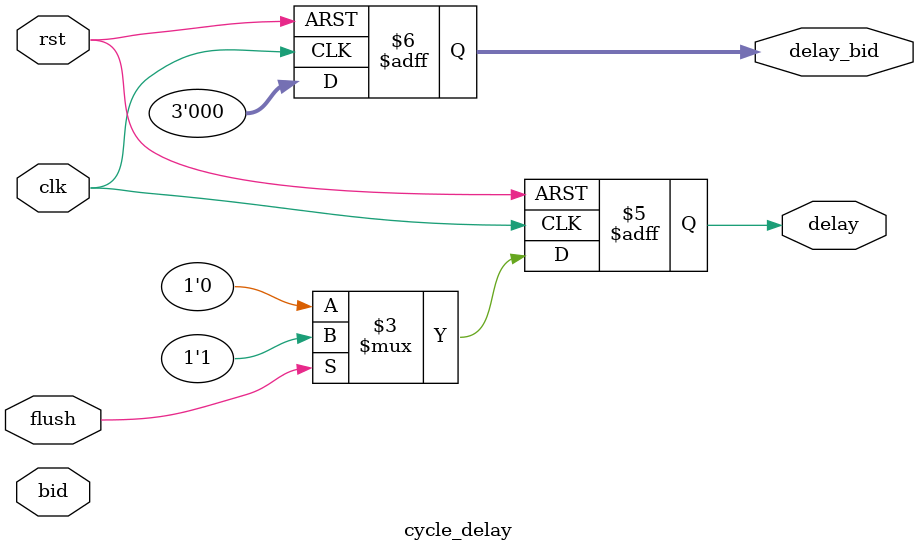
<source format=sv>



module cycle_delay
(
	input 		clk,
	input 		rst,
	
	input 		flush,
	input [2:0]	bid,

	output	reg    	  delay,
	output 	reg [2:0] delay_bid
);


//	reg 	tmp;


always_ff @(posedge clk or posedge rst)
begin 
	if (rst)
	begin
		delay <= 'd0;
		delay_bid <= 'd0;
	end

	else if (flush)
	begin
		delay <= 'd1;
		delay_bid <= bid;
	end
	else
		delay <= 'd0;
		delay_bid <= 'd0;
			
end



endmodule

</source>
